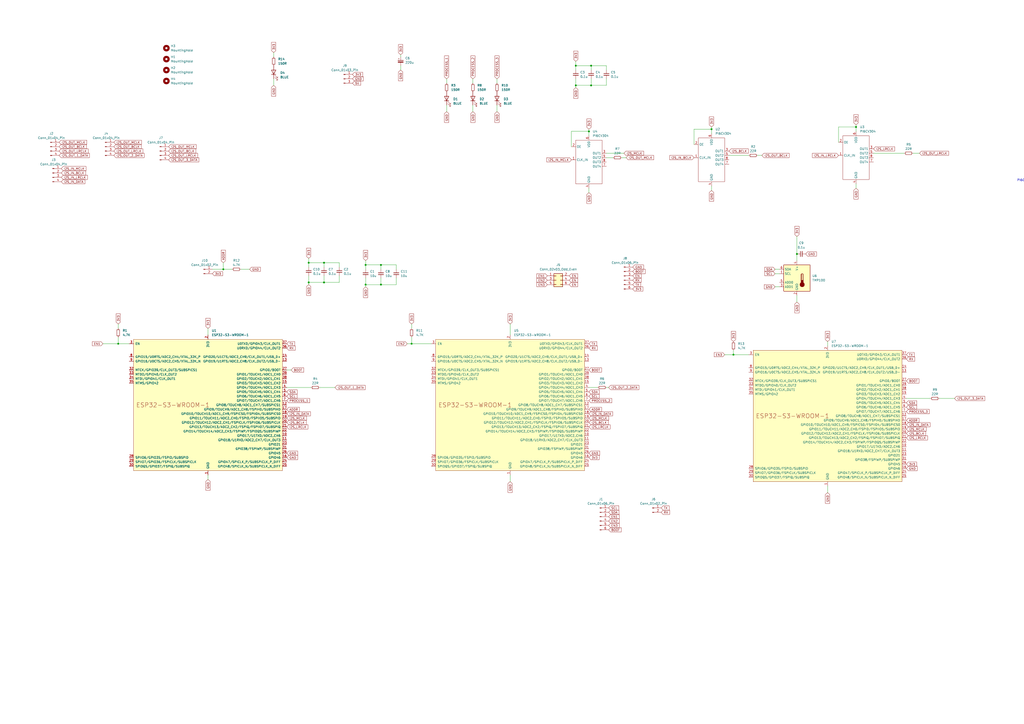
<source format=kicad_sch>
(kicad_sch (version 20231120) (generator "eeschema") (generator_version "8.0")
  (paper "A2")
  (lib_symbols
    (symbol "Connector:Conn_01x02_Pin" (pin_names (offset 1.016) hide)
      (property "Reference" "J" (at 0 2.54 0))
      (property "Value" "Conn_01x02_Pin" (at 0 -5.08 0))
      (symbol "Conn_01x02_Pin_1_1"
        (pin passive line (at 5.08 0 180) (length 3.81) (name "Pin_1") (number "1"))
        (pin passive line (at 5.08 -2.54 180) (length 3.81) (name "Pin_2") (number "2"))
      )
    )
    (symbol "Connector:Conn_01x03_Pin" (pin_names (offset 1.016) hide)
      (property "Reference" "J" (at 0 5.08 0))
      (property "Value" "Conn_01x03_Pin" (at 0 -5.08 0))
      (symbol "Conn_01x03_Pin_1_1"
        (pin passive line (at 5.08 2.54 180) (length 3.81) (name "Pin_1") (number "1"))
        (pin passive line (at 5.08 0 180) (length 3.81) (name "Pin_2") (number "2"))
        (pin passive line (at 5.08 -2.54 180) (length 3.81) (name "Pin_3") (number "3"))
      )
    )
    (symbol "Connector:Conn_01x04_Pin" (pin_names (offset 1.016) hide)
      (property "Reference" "J" (at 0 5.08 0))
      (property "Value" "Conn_01x04_Pin" (at 0 -7.62 0))
      (symbol "Conn_01x04_Pin_1_1"
        (pin passive line (at 5.08 2.54 180) (length 3.81) (name "Pin_1") (number "1"))
        (pin passive line (at 5.08 0 180) (length 3.81) (name "Pin_2") (number "2"))
        (pin passive line (at 5.08 -2.54 180) (length 3.81) (name "Pin_3") (number "3"))
        (pin passive line (at 5.08 -5.08 180) (length 3.81) (name "Pin_4") (number "4"))
      )
    )
    (symbol "Connector:Conn_01x06_Pin" (pin_names (offset 1.016) hide)
      (property "Reference" "J" (at 0 7.62 0))
      (property "Value" "Conn_01x06_Pin" (at 0 -10.16 0))
      (symbol "Conn_01x06_Pin_1_1"
        (pin passive line (at 5.08 5.08 180) (length 3.81) (name "Pin_1") (number "1"))
        (pin passive line (at 5.08 2.54 180) (length 3.81) (name "Pin_2") (number "2"))
        (pin passive line (at 5.08 0 180) (length 3.81) (name "Pin_3") (number "3"))
        (pin passive line (at 5.08 -2.54 180) (length 3.81) (name "Pin_4") (number "4"))
        (pin passive line (at 5.08 -5.08 180) (length 3.81) (name "Pin_5") (number "5"))
        (pin passive line (at 5.08 -7.62 180) (length 3.81) (name "Pin_6") (number "6"))
      )
    )
    (symbol "Connector_Generic:Conn_02x03_Odd_Even" (pin_names (offset 1.016) hide)
      (property "Reference" "J" (at 1.27 5.08 0))
      (property "Value" "Conn_02x03_Odd_Even" (at 1.27 -5.08 0))
      (symbol "Conn_02x03_Odd_Even_1_1"
        (pin passive line (at -5.08 2.54 0) (length 3.81) (name "Pin_1") (number "1"))
        (pin passive line (at 7.62 2.54 180) (length 3.81) (name "Pin_2") (number "2"))
        (pin passive line (at -5.08 0 0) (length 3.81) (name "Pin_3") (number "3"))
        (pin passive line (at 7.62 0 180) (length 3.81) (name "Pin_4") (number "4"))
        (pin passive line (at -5.08 -2.54 0) (length 3.81) (name "Pin_5") (number "5"))
        (pin passive line (at 7.62 -2.54 180) (length 3.81) (name "Pin_6") (number "6"))
      )
    )
    (symbol "Custom:PI6CV304"
      (property "Reference" "U" (at -0.254 -11.176 0))
      (property "Value" "PI6CV304" (at 0 0 0))
      (symbol "PI6CV304_1_1"
        (pin input line (at -11.43 13.97 0) (length 2.54) (name "CLK_IN") (number "1"))
        (pin input line (at -11.43 21.59 0) (length 2.54) (name "OE") (number "2"))
        (pin input line (at 8.89 17.78 180) (length 2.54) (name "OUT1") (number "3"))
        (pin input line (at -1.27 -2.54 90) (length 2.54) (name "GND") (number "4"))
        (pin input line (at 8.89 15.24 180) (length 2.54) (name "OUT2") (number "5"))
        (pin input line (at -1.27 27.94 270) (length 2.54) (name "VDD") (number "6"))
        (pin input line (at 8.89 10.16 180) (length 2.54) (name "OUT4") (number "7"))
        (pin input line (at 8.89 12.7 180) (length 2.54) (name "OUT3") (number "8"))
      )
    )
    (symbol "Device:C_Polarized_Small" (pin_numbers hide) (pin_names (offset 0.254) hide)
      (property "Reference" "C" (at 0.254 1.778 0))
      (property "Value" "C_Polarized_Small" (at 0.254 -2.032 0))
      (symbol "C_Polarized_Small_1_1"
        (pin passive line (at 0 2.54 270) (length 1.8542) (name "~") (number "1"))
        (pin passive line (at 0 -2.54 90) (length 1.8542) (name "~") (number "2"))
      )
    )
    (symbol "Device:C_Small" (pin_numbers hide) (pin_names (offset 0.254) hide)
      (property "Reference" "C" (at 0.254 1.778 0))
      (property "Value" "C_Small" (at 0.254 -2.032 0))
      (symbol "C_Small_1_1"
        (pin passive line (at 0 2.54 270) (length 2.032) (name "~") (number "1"))
        (pin passive line (at 0 -2.54 90) (length 2.032) (name "~") (number "2"))
      )
    )
    (symbol "Device:LED" (pin_numbers hide) (pin_names (offset 1.016) hide)
      (property "Reference" "D" (at 0 2.54 0))
      (property "Value" "LED" (at 0 -2.54 0))
      (symbol "LED_1_1"
        (pin passive line (at -3.81 0 0) (length 2.54) (name "K") (number "1"))
        (pin passive line (at 3.81 0 180) (length 2.54) (name "A") (number "2"))
      )
    )
    (symbol "Device:R_Small" (pin_numbers hide) (pin_names (offset 0.254) hide)
      (property "Reference" "R" (at 0.762 0.508 0))
      (property "Value" "R_Small" (at 0.762 -1.016 0))
      (symbol "R_Small_1_1"
        (pin passive line (at 0 2.54 270) (length 0.762) (name "~") (number "1"))
        (pin passive line (at 0 -2.54 90) (length 0.762) (name "~") (number "2"))
      )
    )
    (symbol "Mechanical:MountingHole" (pin_names (offset 1.016)) (exclude_from_sim yes) (in_bom no)
      (property "Reference" "H" (at 0 5.08 0))
      (property "Value" "MountingHole" (at 0 3.175 0))
    )
    (symbol "PCM_Espressif:ESP32-S3-WROOM-1" (pin_names (offset 1.016))
      (property "Reference" "U" (at -43.18 43.18 0))
      (property "Value" "ESP32-S3-WROOM-1" (at -43.18 40.64 0))
      (symbol "ESP32-S3-WROOM-1_0_0"
        (text "ESP32-S3-WROOM-1" (at -20.32 0 0) (effects (font (size 2.54 2.54))))
        (pin power_in line (at 0 -40.64 90) (length 2.54) (name "GND") (number "1"))
        (pin bidirectional line (at 45.72 -17.78 180) (length 2.54) (name "GPIO17/U1TXD/ADC2_CH6") (number "10"))
        (pin bidirectional line (at 45.72 -20.32 180) (length 2.54) (name "GPIO18/U1RXD/ADC2_CH7/CLK_OUT3") (number "11"))
        (pin bidirectional line (at 45.72 0 180) (length 2.54) (name "GPIO8/TOUCH8/ADC1_CH7/SUBSPICS1") (number "12"))
        (pin bidirectional line (at 45.72 25.4 180) (length 2.54) (name "GPIO19/U1RTS/ADC2_CH8/CLK_OUT2/USB_D-") (number "13"))
        (pin bidirectional line (at 45.72 27.94 180) (length 2.54) (name "GPIO20/U1CTS/ADC2_CH9/CLK_OUT1/USB_D+") (number "14"))
        (pin bidirectional line (at 45.72 12.7 180) (length 2.54) (name "GPIO3/TOUCH3/ADC1_CH2") (number "15"))
        (pin bidirectional line (at 45.72 -30.48 180) (length 2.54) (name "GPIO46") (number "16"))
        (pin bidirectional line (at 45.72 -2.54 180) (length 2.54) (name "GPIO9/TOUCH9/ADC1_CH8/FSPIHD/SUBSPIHD") (number "17"))
        (pin bidirectional line (at 45.72 -5.08 180) (length 2.54) (name "GPIO10/TOUCH10/ADC1_CH9/FSPICS0/FSPIIO4/SUBSPICS0") (number "18"))
        (pin bidirectional line (at 45.72 -7.62 180) (length 2.54) (name "GPIO11/TOUCH11/ADC2_CH0/FSPID/FSPIIO5/SUBSPID") (number "19"))
        (pin power_in line (at 0 40.64 270) (length 2.54) (name "3V3") (number "2"))
        (pin bidirectional line (at 45.72 -10.16 180) (length 2.54) (name "GPIO12/TOUCH12/ADC2_CH1/FSPICLK/FSPIIO6/SUBSPICLK") (number "20"))
        (pin bidirectional line (at 45.72 -12.7 180) (length 2.54) (name "GPIO13/TOUCH13/ADC2_CH2/FSPIQ/FSPIIO7/SUBSPIQ") (number "21"))
        (pin bidirectional line (at 45.72 -15.24 180) (length 2.54) (name "GPIO14/TOUCH14/ADC2_CH3/FSPIWP/FSPIDQS/SUBSPIWP") (number "22"))
        (pin bidirectional line (at 45.72 -22.86 180) (length 2.54) (name "GPIO21") (number "23"))
        (pin bidirectional line (at 45.72 -33.02 180) (length 2.54) (name "GPIO47/SPICLK_P/SUBSPICLK_P_DIFF") (number "24"))
        (pin bidirectional line (at 45.72 -35.56 180) (length 2.54) (name "GPIO48/SPICLK_N/SUBSPICLK_N_DIFF") (number "25"))
        (pin bidirectional line (at 45.72 -27.94 180) (length 2.54) (name "GPIO45") (number "26"))
        (pin bidirectional line (at 45.72 20.32 180) (length 2.54) (name "GPIO0/BOOT") (number "27"))
        (pin bidirectional line (at -45.72 -30.48 0) (length 2.54) (name "SPIIO6/GPIO35/FSPID/SUBSPID") (number "28"))
        (pin bidirectional line (at -45.72 -33.02 0) (length 2.54) (name "SPIIO7/GPIO36/FSPICLK/SUBSPICLK") (number "29"))
        (pin input line (at -45.72 35.56 0) (length 2.54) (name "EN") (number "3"))
        (pin bidirectional line (at -45.72 -35.56 0) (length 2.54) (name "SPIDQS/GPIO37/FSPIQ/SUBSPIQ") (number "30"))
        (pin bidirectional line (at 45.72 -25.4 180) (length 2.54) (name "GPIO38/FSPIWP/SUBSPIWP") (number "31"))
        (pin bidirectional line (at -45.72 20.32 0) (length 2.54) (name "MTCK/GPIO39/CLK_OUT3/SUBSPICS1") (number "32"))
        (pin bidirectional line (at -45.72 17.78 0) (length 2.54) (name "MTDO/GPIO40/CLK_OUT2") (number "33"))
        (pin bidirectional line (at -45.72 15.24 0) (length 2.54) (name "MTDI/GPIO41/CLK_OUT1") (number "34"))
        (pin bidirectional line (at -45.72 12.7 0) (length 2.54) (name "MTMS/GPIO42") (number "35"))
        (pin bidirectional line (at 45.72 33.02 180) (length 2.54) (name "U0RXD/GPIO44/CLK_OUT2") (number "36"))
        (pin bidirectional line (at 45.72 35.56 180) (length 2.54) (name "U0TXD/GPIO43/CLK_OUT1") (number "37"))
        (pin bidirectional line (at 45.72 15.24 180) (length 2.54) (name "GPIO2/TOUCH2/ADC1_CH1") (number "38"))
        (pin bidirectional line (at 45.72 17.78 180) (length 2.54) (name "GPIO1/TOUCH1/ADC1_CH0") (number "39"))
        (pin bidirectional line (at 45.72 10.16 180) (length 2.54) (name "GPIO4/TOUCH4/ADC1_CH3") (number "4"))
        (pin passive line (at 0 -40.64 90) (length 2.54) hide (name "GND") (number "40"))
        (pin passive line (at 0 -40.64 90) (length 2.54) hide (name "GND") (number "41"))
        (pin bidirectional line (at 45.72 7.62 180) (length 2.54) (name "GPIO5/TOUCH5/ADC1_CH4") (number "5"))
        (pin bidirectional line (at 45.72 5.08 180) (length 2.54) (name "GPIO6/TOUCH6/ADC1_CH5") (number "6"))
        (pin bidirectional line (at 45.72 2.54 180) (length 2.54) (name "GPIO7/TOUCH7/ADC1_CH6") (number "7"))
        (pin bidirectional line (at -45.72 27.94 0) (length 2.54) (name "GPIO15/U0RTS/ADC2_CH4/XTAL_32K_P") (number "8"))
        (pin bidirectional line (at -45.72 25.4 0) (length 2.54) (name "GPIO16/U0CTS/ADC2_CH5/XTAL_32K_N") (number "9"))
      )
    )
    (symbol "Sensor_Temperature:TMP100"
      (property "Reference" "U" (at 10.16 6.35 0))
      (property "Value" "TMP100" (at 12.7 3.81 0))
      (symbol "TMP100_1_1"
        (pin input line (at -10.16 2.54 0) (length 2.54) (name "SCL") (number "1"))
        (pin power_in line (at 0 -10.16 90) (length 2.54) (name "GND") (number "2"))
        (pin input line (at -10.16 -5.08 0) (length 2.54) (name "ADD1") (number "3"))
        (pin power_in line (at 0 10.16 270) (length 2.54) (name "V+") (number "4"))
        (pin input line (at -10.16 -2.54 0) (length 2.54) (name "ADD0") (number "5"))
        (pin bidirectional line (at -10.16 5.08 0) (length 2.54) (name "SDA") (number "6"))
      )
    )
  )
  (junction (at 187.96 152.4))
  (junction (at 496.57 73.66))
  (junction (at 425.45 205.74))
  (junction (at 341.63 76.2))
  (junction (at 342.9 38.1))
  (junction (at 212.09 165.1))
  (junction (at 129.54 156.21))
  (junction (at 220.98 165.1))
  (junction (at 179.07 152.4))
  (junction (at 238.76 199.39))
  (junction (at 179.07 163.83))
  (junction (at 220.98 153.67))
  (junction (at 334.01 38.1))
  (junction (at 412.75 74.93))
  (junction (at 342.9 49.53))
  (junction (at 334.01 49.53))
  (junction (at 462.28 147.32))
  (junction (at 187.96 163.83))
  (junction (at 212.09 153.67))
  (junction (at 68.58 199.39))
  (wire (pts (xy 212.09 151.13) (xy 212.09 153.67)))
  (wire (pts (xy 179.07 152.4) (xy 179.07 154.94)))
  (wire (pts (xy 212.09 153.67) (xy 220.98 153.67)))
  (wire (pts (xy 420.37 205.74) (xy 425.45 205.74)))
  (wire (pts (xy 212.09 153.67) (xy 212.09 156.21)))
  (wire (pts (xy 480.06 198.12) (xy 480.06 200.66)))
  (wire (pts (xy 238.76 199.39) (xy 250.19 199.39)))
  (wire (pts (xy 346.71 224.79) (xy 341.63 224.79)))
  (wire (pts (xy 134.62 156.21) (xy 129.54 156.21)))
  (wire (pts (xy 59.69 199.39) (xy 68.58 199.39)))
  (wire (pts (xy 353.06 224.79) (xy 351.79 224.79)))
  (wire (pts (xy 212.09 166.37) (xy 212.09 165.1)))
  (wire (pts (xy 351.79 40.64) (xy 351.79 38.1)))
  (wire (pts (xy 120.65 190.5) (xy 120.65 194.31)))
  (wire (pts (xy 361.95 88.9) (xy 351.79 88.9)))
  (wire (pts (xy 496.57 109.22) (xy 496.57 106.68)))
  (wire (pts (xy 236.22 199.39) (xy 238.76 199.39)))
  (wire (pts (xy 334.01 50.8) (xy 334.01 49.53)))
  (wire (pts (xy 295.91 187.96) (xy 295.91 194.31)))
  (wire (pts (xy 129.54 152.4) (xy 129.54 156.21)))
  (wire (pts (xy 232.41 31.75) (xy 232.41 33.02)))
  (wire (pts (xy 229.87 153.67) (xy 220.98 153.67)))
  (wire (pts (xy 539.75 231.14) (xy 525.78 231.14)))
  (wire (pts (xy 355.6 91.44) (xy 351.79 91.44)))
  (wire (pts (xy 196.85 160.02) (xy 196.85 163.83)))
  (wire (pts (xy 295.91 279.4) (xy 295.91 275.59)))
  (wire (pts (xy 196.85 163.83) (xy 187.96 163.83)))
  (wire (pts (xy 288.29 64.77) (xy 288.29 60.96)))
  (wire (pts (xy 334.01 35.56) (xy 334.01 38.1)))
  (wire (pts (xy 129.54 156.21) (xy 123.19 156.21)))
  (wire (pts (xy 524.51 88.9) (xy 506.73 88.9)))
  (wire (pts (xy 120.65 278.13) (xy 120.65 275.59)))
  (wire (pts (xy 342.9 49.53) (xy 334.01 49.53)))
  (wire (pts (xy 441.96 90.17) (xy 439.42 90.17)))
  (wire (pts (xy 425.45 203.2) (xy 425.45 205.74)))
  (wire (pts (xy 259.08 45.72) (xy 259.08 48.26)))
  (wire (pts (xy 168.91 214.63) (xy 166.37 214.63)))
  (wire (pts (xy 331.47 76.2) (xy 331.47 85.09)))
  (wire (pts (xy 212.09 165.1) (xy 212.09 161.29)))
  (wire (pts (xy 259.08 64.77) (xy 259.08 60.96)))
  (wire (pts (xy 196.85 152.4) (xy 187.96 152.4)))
  (wire (pts (xy 187.96 160.02) (xy 187.96 163.83)))
  (wire (pts (xy 341.63 74.93) (xy 341.63 76.2)))
  (wire (pts (xy 341.63 111.76) (xy 341.63 109.22)))
  (wire (pts (xy 68.58 199.39) (xy 74.93 199.39)))
  (wire (pts (xy 462.28 175.26) (xy 462.28 171.45)))
  (wire (pts (xy 351.79 49.53) (xy 342.9 49.53)))
  (wire (pts (xy 144.78 156.21) (xy 139.7 156.21)))
  (wire (pts (xy 486.41 73.66) (xy 496.57 73.66)))
  (wire (pts (xy 553.72 231.14) (xy 544.83 231.14)))
  (wire (pts (xy 434.34 90.17) (xy 422.91 90.17)))
  (wire (pts (xy 334.01 38.1) (xy 334.01 40.64)))
  (wire (pts (xy 449.58 156.21) (xy 452.12 156.21)))
  (wire (pts (xy 229.87 156.21) (xy 229.87 153.67)))
  (wire (pts (xy 220.98 161.29) (xy 220.98 165.1)))
  (wire (pts (xy 179.07 165.1) (xy 179.07 163.83)))
  (wire (pts (xy 179.07 149.86) (xy 179.07 152.4)))
  (wire (pts (xy 351.79 38.1) (xy 342.9 38.1)))
  (wire (pts (xy 342.9 45.72) (xy 342.9 49.53)))
  (wire (pts (xy 533.4 88.9) (xy 529.59 88.9)))
  (wire (pts (xy 288.29 45.72) (xy 288.29 48.26)))
  (wire (pts (xy 334.01 49.53) (xy 334.01 45.72)))
  (wire (pts (xy 462.28 147.32) (xy 462.28 151.13)))
  (wire (pts (xy 496.57 73.66) (xy 496.57 76.2)))
  (wire (pts (xy 412.75 110.49) (xy 412.75 107.95)))
  (wire (pts (xy 334.01 38.1) (xy 342.9 38.1)))
  (wire (pts (xy 274.32 45.72) (xy 274.32 48.26)))
  (wire (pts (xy 351.79 45.72) (xy 351.79 49.53)))
  (wire (pts (xy 342.9 38.1) (xy 342.9 40.64)))
  (wire (pts (xy 449.58 158.75) (xy 452.12 158.75)))
  (wire (pts (xy 425.45 205.74) (xy 434.34 205.74)))
  (wire (pts (xy 480.06 285.75) (xy 480.06 281.94)))
  (wire (pts (xy 341.63 76.2) (xy 341.63 78.74)))
  (wire (pts (xy 179.07 152.4) (xy 187.96 152.4)))
  (wire (pts (xy 402.59 74.93) (xy 402.59 83.82)))
  (wire (pts (xy 68.58 195.58) (xy 68.58 199.39)))
  (wire (pts (xy 229.87 165.1) (xy 220.98 165.1)))
  (wire (pts (xy 187.96 152.4) (xy 187.96 154.94)))
  (wire (pts (xy 402.59 74.93) (xy 412.75 74.93)))
  (wire (pts (xy 179.07 163.83) (xy 179.07 160.02)))
  (wire (pts (xy 166.37 224.79) (xy 180.34 224.79)))
  (wire (pts (xy 274.32 64.77) (xy 274.32 60.96)))
  (wire (pts (xy 412.75 73.66) (xy 412.75 74.93)))
  (wire (pts (xy 68.58 187.96) (xy 68.58 190.5)))
  (wire (pts (xy 462.28 137.16) (xy 462.28 147.32)))
  (wire (pts (xy 220.98 153.67) (xy 220.98 156.21)))
  (wire (pts (xy 220.98 165.1) (xy 212.09 165.1)))
  (wire (pts (xy 158.75 30.48) (xy 158.75 33.02)))
  (wire (pts (xy 363.22 91.44) (xy 360.68 91.44)))
  (wire (pts (xy 232.41 40.64) (xy 232.41 38.1)))
  (wire (pts (xy 449.58 166.37) (xy 452.12 166.37)))
  (wire (pts (xy 496.57 72.39) (xy 496.57 73.66)))
  (wire (pts (xy 229.87 161.29) (xy 229.87 165.1)))
  (wire (pts (xy 238.76 187.96) (xy 238.76 190.5)))
  (wire (pts (xy 185.42 224.79) (xy 194.31 224.79)))
  (wire (pts (xy 238.76 195.58) (xy 238.76 199.39)))
  (wire (pts (xy 331.47 76.2) (xy 341.63 76.2)))
  (wire (pts (xy 187.96 163.83) (xy 179.07 163.83)))
  (wire (pts (xy 486.41 73.66) (xy 486.41 82.55)))
  (wire (pts (xy 158.75 49.53) (xy 158.75 45.72)))
  (wire (pts (xy 412.75 74.93) (xy 412.75 77.47)))
  (wire (pts (xy 196.85 154.94) (xy 196.85 152.4)))
  (text "PI6CV304" (at 594.614 104.648 0) (effects (font (size 1.27 1.27))))
  (global_label "GND" (shape input) (at 274.32 64.77 270) (property "Intersheetrefs" "${INTERSHEET_REFS}" (effects (hide yes))))
  (global_label "I2S_IN_LRCLK" (shape input) (at 486.41 90.17 180) (property "Intersheetrefs" "${INTERSHEET_REFS}" (effects (hide yes))))
  (global_label "I2S_LRCLK" (shape input) (at 166.37 247.65 0) (property "Intersheetrefs" "${INTERSHEET_REFS}" (effects (hide yes))))
  (global_label "3V3" (shape input) (at 425.45 198.12 90) (property "Intersheetrefs" "${INTERSHEET_REFS}" (effects (hide yes))))
  (global_label "GND" (shape input) (at 120.65 278.13 270) (property "Intersheetrefs" "${INTERSHEET_REFS}" (effects (hide yes))))
  (global_label "I2S_OUT_BCLK" (shape input) (at 34.29 85.09 0) (property "Intersheetrefs" "${INTERSHEET_REFS}" (effects (hide yes))))
  (global_label "EN1" (shape input) (at 59.69 199.39 180) (property "Intersheetrefs" "${INTERSHEET_REFS}" (effects (hide yes))))
  (global_label "I2S_IN_LRCLK" (shape input) (at 35.56 102.87 0) (property "Intersheetrefs" "${INTERSHEET_REFS}" (effects (hide yes))))
  (global_label "RX" (shape input) (at 341.63 201.93 0) (property "Intersheetrefs" "${INTERSHEET_REFS}" (effects (hide yes))))
  (global_label "GND" (shape input) (at 525.78 271.78 0) (property "Intersheetrefs" "${INTERSHEET_REFS}" (effects (hide yes))))
  (global_label "I2S_IN_MCLK" (shape input) (at 35.56 97.79 0) (property "Intersheetrefs" "${INTERSHEET_REFS}" (effects (hide yes))))
  (global_label "BOOT" (shape input) (at 367.03 157.48 0) (property "Intersheetrefs" "${INTERSHEET_REFS}" (effects (hide yes))))
  (global_label "3V3" (shape input) (at 120.65 190.5 90) (property "Intersheetrefs" "${INTERSHEET_REFS}" (effects (hide yes))))
  (global_label "I2S_OUT_LRCLK" (shape input) (at 533.4 88.9 0) (property "Intersheetrefs" "${INTERSHEET_REFS}" (effects (hide yes))))
  (global_label "PROCESS_3" (shape input) (at 525.78 238.76 0) (property "Intersheetrefs" "${INTERSHEET_REFS}" (effects (hide yes))))
  (global_label "3V3" (shape input) (at 123.19 158.75 0) (property "Intersheetrefs" "${INTERSHEET_REFS}" (effects (hide yes))))
  (global_label "EN" (shape input) (at 330.2 165.1 0) (property "Intersheetrefs" "${INTERSHEET_REFS}" (effects (hide yes))))
  (global_label "SDA" (shape input) (at 353.06 297.18 0) (property "Intersheetrefs" "${INTERSHEET_REFS}" (effects (hide yes))))
  (global_label "I2S_OUT_2_DATA" (shape input) (at 353.06 224.79 0) (property "Intersheetrefs" "${INTERSHEET_REFS}" (effects (hide yes))))
  (global_label "3V3" (shape input) (at 732.79 173.99 0) (property "Intersheetrefs" "${INTERSHEET_REFS}" (effects (hide yes))))
  (global_label "I2S_IN_DATA" (shape input) (at 341.63 240.03 0) (property "Intersheetrefs" "${INTERSHEET_REFS}" (effects (hide yes))))
  (global_label "ADDR" (shape input) (at 129.54 152.4 90) (property "Intersheetrefs" "${INTERSHEET_REFS}" (effects (hide yes))))
  (global_label "SDA" (shape input) (at 341.63 227.33 0) (property "Intersheetrefs" "${INTERSHEET_REFS}" (effects (hide yes))))
  (global_label "GND" (shape input) (at 412.75 110.49 270) (property "Intersheetrefs" "${INTERSHEET_REFS}" (effects (hide yes))))
  (global_label "GND" (shape input) (at 158.75 49.53 270) (property "Intersheetrefs" "${INTERSHEET_REFS}" (effects (hide yes))))
  (global_label "EN" (shape input) (at 367.03 160.02 0) (property "Intersheetrefs" "${INTERSHEET_REFS}" (effects (hide yes))))
  (global_label "TX" (shape input) (at 341.63 199.39 0) (property "Intersheetrefs" "${INTERSHEET_REFS}" (effects (hide yes))))
  (global_label "I2S_IN_BCLK" (shape input) (at 402.59 91.44 180) (property "Intersheetrefs" "${INTERSHEET_REFS}" (effects (hide yes))))
  (global_label "3V3" (shape input) (at 212.09 151.13 90) (property "Intersheetrefs" "${INTERSHEET_REFS}" (effects (hide yes))))
  (global_label "TX" (shape input) (at 166.37 199.39 0) (property "Intersheetrefs" "${INTERSHEET_REFS}" (effects (hide yes))))
  (global_label "I2S_OUT_LRCLK" (shape input) (at 66.04 87.63 0) (property "Intersheetrefs" "${INTERSHEET_REFS}" (effects (hide yes))))
  (global_label "3V3" (shape input) (at 462.28 137.16 90) (property "Intersheetrefs" "${INTERSHEET_REFS}" (effects (hide yes))))
  (global_label "3V3" (shape input) (at 334.01 35.56 90) (property "Intersheetrefs" "${INTERSHEET_REFS}" (effects (hide yes))))
  (global_label "I2S_OUT_MCLK" (shape input) (at 66.04 82.55 0) (property "Intersheetrefs" "${INTERSHEET_REFS}" (effects (hide yes))))
  (global_label "3V3" (shape input) (at 341.63 265.43 0) (property "Intersheetrefs" "${INTERSHEET_REFS}" (effects (hide yes))))
  (global_label "RX" (shape input) (at 525.78 208.28 0) (property "Intersheetrefs" "${INTERSHEET_REFS}" (effects (hide yes))))
  (global_label "I2S_OUT_3_DATA" (shape input) (at 553.72 231.14 0) (property "Intersheetrefs" "${INTERSHEET_REFS}" (effects (hide yes))))
  (global_label "EN3" (shape input) (at 420.37 205.74 180) (property "Intersheetrefs" "${INTERSHEET_REFS}" (effects (hide yes))))
  (global_label "I2S_IN_BCLK" (shape input) (at 35.56 100.33 0) (property "Intersheetrefs" "${INTERSHEET_REFS}" (effects (hide yes))))
  (global_label "I2S_OUT_LRCLK" (shape input) (at 34.29 87.63 0) (property "Intersheetrefs" "${INTERSHEET_REFS}" (effects (hide yes))))
  (global_label "3V3" (shape input) (at 525.78 269.24 0) (property "Intersheetrefs" "${INTERSHEET_REFS}" (effects (hide yes))))
  (global_label "PROCESS_2" (shape input) (at 341.63 232.41 0) (property "Intersheetrefs" "${INTERSHEET_REFS}" (effects (hide yes))))
  (global_label "BOOT" (shape input) (at 341.63 214.63 0) (property "Intersheetrefs" "${INTERSHEET_REFS}" (effects (hide yes))))
  (global_label "3V3" (shape input) (at 496.57 72.39 90) (property "Intersheetrefs" "${INTERSHEET_REFS}" (effects (hide yes))))
  (global_label "TX" (shape input) (at 383.54 294.64 0) (property "Intersheetrefs" "${INTERSHEET_REFS}" (effects (hide yes))))
  (global_label "SCL" (shape input) (at 353.06 294.64 0) (property "Intersheetrefs" "${INTERSHEET_REFS}" (effects (hide yes))))
  (global_label "I2S_BCLK" (shape input) (at 166.37 245.11 0) (property "Intersheetrefs" "${INTERSHEET_REFS}" (effects (hide yes))))
  (global_label "I2S_OUT_BCLK" (shape input) (at 441.96 90.17 0) (property "Intersheetrefs" "${INTERSHEET_REFS}" (effects (hide yes))))
  (global_label "EN2" (shape input) (at 236.22 199.39 180) (property "Intersheetrefs" "${INTERSHEET_REFS}" (effects (hide yes))))
  (global_label "I2S_IN_MCLK" (shape input) (at 331.47 92.71 180) (property "Intersheetrefs" "${INTERSHEET_REFS}" (effects (hide yes))))
  (global_label "SCL" (shape input) (at 525.78 236.22 0) (property "Intersheetrefs" "${INTERSHEET_REFS}" (effects (hide yes))))
  (global_label "5V" (shape input) (at 204.47 48.26 0) (property "Intersheetrefs" "${INTERSHEET_REFS}" (effects (hide yes))))
  (global_label "3V3" (shape input) (at 480.06 198.12 90) (property "Intersheetrefs" "${INTERSHEET_REFS}" (effects (hide yes))))
  (global_label "I2S_OUT_LRCLK" (shape input) (at 97.79 90.17 0) (property "Intersheetrefs" "${INTERSHEET_REFS}" (effects (hide yes))))
  (global_label "GND" (shape input) (at 480.06 285.75 270) (property "Intersheetrefs" "${INTERSHEET_REFS}" (effects (hide yes))))
  (global_label "SCL" (shape input) (at 166.37 229.87 0) (property "Intersheetrefs" "${INTERSHEET_REFS}" (effects (hide yes))))
  (global_label "I2S_MCLK" (shape input) (at 166.37 242.57 0) (property "Intersheetrefs" "${INTERSHEET_REFS}" (effects (hide yes))))
  (global_label "SDA" (shape input) (at 715.01 217.17 0) (property "Intersheetrefs" "${INTERSHEET_REFS}" (effects (hide yes))))
  (global_label "GND" (shape input) (at 204.47 45.72 0) (property "Intersheetrefs" "${INTERSHEET_REFS}" (effects (hide yes))))
  (global_label "3V3" (shape input) (at 367.03 167.64 0) (property "Intersheetrefs" "${INTERSHEET_REFS}" (effects (hide yes))))
  (global_label "I2S_OUT_BCLK" (shape input) (at 66.04 85.09 0) (property "Intersheetrefs" "${INTERSHEET_REFS}" (effects (hide yes))))
  (global_label "GND" (shape input) (at 232.41 40.64 270) (property "Intersheetrefs" "${INTERSHEET_REFS}" (effects (hide yes))))
  (global_label "BOOT" (shape input) (at 353.06 307.34 0) (property "Intersheetrefs" "${INTERSHEET_REFS}" (effects (hide yes))))
  (global_label "ADDR" (shape input) (at 525.78 243.84 0) (property "Intersheetrefs" "${INTERSHEET_REFS}" (effects (hide yes))))
  (global_label "I2S_IN_DATA" (shape input) (at 525.78 246.38 0) (property "Intersheetrefs" "${INTERSHEET_REFS}" (effects (hide yes))))
  (global_label "GND" (shape input) (at 334.01 50.8 270) (property "Intersheetrefs" "${INTERSHEET_REFS}" (effects (hide yes))))
  (global_label "SDA" (shape input) (at 525.78 233.68 0) (property "Intersheetrefs" "${INTERSHEET_REFS}" (effects (hide yes))))
  (global_label "SDA" (shape input) (at 449.58 156.21 180) (property "Intersheetrefs" "${INTERSHEET_REFS}" (effects (hide yes))))
  (global_label "I2S_MCLK" (shape input) (at 341.63 242.57 0) (property "Intersheetrefs" "${INTERSHEET_REFS}" (effects (hide yes))))
  (global_label "GND" (shape input) (at 288.29 64.77 270) (property "Intersheetrefs" "${INTERSHEET_REFS}" (effects (hide yes))))
  (global_label "I2S_OUT_MCLK" (shape input) (at 363.22 91.44 0) (property "Intersheetrefs" "${INTERSHEET_REFS}" (effects (hide yes))))
  (global_label "RX" (shape input) (at 383.54 297.18 0) (property "Intersheetrefs" "${INTERSHEET_REFS}" (effects (hide yes))))
  (global_label "RX" (shape input) (at 367.03 162.56 0) (property "Intersheetrefs" "${INTERSHEET_REFS}" (effects (hide yes))))
  (global_label "I2S_OUT_3_DATA" (shape input) (at 97.79 92.71 0) (property "Intersheetrefs" "${INTERSHEET_REFS}" (effects (hide yes))))
  (global_label "I2S_LRCLK" (shape input) (at 525.78 254 0) (property "Intersheetrefs" "${INTERSHEET_REFS}" (effects (hide yes))))
  (global_label "I2S_IN_DATA" (shape input) (at 35.56 105.41 0) (property "Intersheetrefs" "${INTERSHEET_REFS}" (effects (hide yes))))
  (global_label "I2S_BCLK" (shape input) (at 341.63 245.11 0) (property "Intersheetrefs" "${INTERSHEET_REFS}" (effects (hide yes))))
  (global_label "I2S_LRCLK" (shape input) (at 506.73 86.36 0) (property "Intersheetrefs" "${INTERSHEET_REFS}" (effects (hide yes))))
  (global_label "EN2" (shape input) (at 353.06 302.26 0) (property "Intersheetrefs" "${INTERSHEET_REFS}" (effects (hide yes))))
  (global_label "3V3" (shape input) (at 232.41 31.75 90) (property "Intersheetrefs" "${INTERSHEET_REFS}" (effects (hide yes))))
  (global_label "I2S_OUT_MCLK" (shape input) (at 97.79 85.09 0) (property "Intersheetrefs" "${INTERSHEET_REFS}" (effects (hide yes))))
  (global_label "ADDR" (shape input) (at 341.63 237.49 0) (property "Intersheetrefs" "${INTERSHEET_REFS}" (effects (hide yes))))
  (global_label "GND" (shape input) (at 166.37 265.43 0) (property "Intersheetrefs" "${INTERSHEET_REFS}" (effects (hide yes))))
  (global_label "GND" (shape input) (at 341.63 111.76 270) (property "Intersheetrefs" "${INTERSHEET_REFS}" (effects (hide yes))))
  (global_label "3V3" (shape input) (at 158.75 30.48 90) (property "Intersheetrefs" "${INTERSHEET_REFS}" (effects (hide yes))))
  (global_label "GND" (shape input) (at 259.08 64.77 270) (property "Intersheetrefs" "${INTERSHEET_REFS}" (effects (hide yes))))
  (global_label "I2S_OUT_MCLK" (shape input) (at 34.29 82.55 0) (property "Intersheetrefs" "${INTERSHEET_REFS}" (effects (hide yes))))
  (global_label "EN3" (shape input) (at 353.06 304.8 0) (property "Intersheetrefs" "${INTERSHEET_REFS}" (effects (hide yes))))
  (global_label "BOOT" (shape input) (at 525.78 220.98 0) (property "Intersheetrefs" "${INTERSHEET_REFS}" (effects (hide yes))))
  (global_label "3V3" (shape input) (at 295.91 187.96 90) (property "Intersheetrefs" "${INTERSHEET_REFS}" (effects (hide yes))))
  (global_label "GND" (shape input) (at 341.63 262.89 0) (property "Intersheetrefs" "${INTERSHEET_REFS}" (effects (hide yes))))
  (global_label "GND" (shape input) (at 212.09 166.37 270) (property "Intersheetrefs" "${INTERSHEET_REFS}" (effects (hide yes))))
  (global_label "PROCESS_2" (shape input) (at 274.32 45.72 90) (property "Intersheetrefs" "${INTERSHEET_REFS}" (effects (hide yes))))
  (global_label "3V3" (shape input) (at 68.58 187.96 90) (property "Intersheetrefs" "${INTERSHEET_REFS}" (effects (hide yes))))
  (global_label "RX" (shape input) (at 166.37 201.93 0) (property "Intersheetrefs" "${INTERSHEET_REFS}" (effects (hide yes))))
  (global_label "I2S_OUT_1_DATA" (shape input) (at 34.29 90.17 0) (property "Intersheetrefs" "${INTERSHEET_REFS}" (effects (hide yes))))
  (global_label "TX" (shape input) (at 525.78 205.74 0) (property "Intersheetrefs" "${INTERSHEET_REFS}" (effects (hide yes))))
  (global_label "I2S_LRCLK" (shape input) (at 341.63 247.65 0) (property "Intersheetrefs" "${INTERSHEET_REFS}" (effects (hide yes))))
  (global_label "PROCESS_3" (shape input) (at 288.29 45.72 90) (property "Intersheetrefs" "${INTERSHEET_REFS}" (effects (hide yes))))
  (global_label "ADDR" (shape input) (at 166.37 237.49 0) (property "Intersheetrefs" "${INTERSHEET_REFS}" (effects (hide yes))))
  (global_label "SCL" (shape input) (at 715.01 219.71 0) (property "Intersheetrefs" "${INTERSHEET_REFS}" (effects (hide yes))))
  (global_label "GND" (shape input) (at 496.57 109.22 270) (property "Intersheetrefs" "${INTERSHEET_REFS}" (effects (hide yes))))
  (global_label "EN3" (shape input) (at 317.5 165.1 180) (property "Intersheetrefs" "${INTERSHEET_REFS}" (effects (hide yes))))
  (global_label "PROCESS_1" (shape input) (at 166.37 232.41 0) (property "Intersheetrefs" "${INTERSHEET_REFS}" (effects (hide yes))))
  (global_label "3V3" (shape input) (at 341.63 74.93 90) (property "Intersheetrefs" "${INTERSHEET_REFS}" (effects (hide yes))))
  (global_label "GND" (shape input) (at 295.91 279.4 270) (property "Intersheetrefs" "${INTERSHEET_REFS}" (effects (hide yes))))
  (global_label "3V3" (shape input) (at 412.75 73.66 90) (property "Intersheetrefs" "${INTERSHEET_REFS}" (effects (hide yes))))
  (global_label "EN" (shape input) (at 330.2 160.02 0) (property "Intersheetrefs" "${INTERSHEET_REFS}" (effects (hide yes))))
  (global_label "EN2" (shape input) (at 317.5 162.56 180) (property "Intersheetrefs" "${INTERSHEET_REFS}" (effects (hide yes))))
  (global_label "I2S_OUT_2_DATA" (shape input) (at 66.04 90.17 0) (property "Intersheetrefs" "${INTERSHEET_REFS}" (effects (hide yes))))
  (global_label "EN1" (shape input) (at 317.5 160.02 180) (property "Intersheetrefs" "${INTERSHEET_REFS}" (effects (hide yes))))
  (global_label "GND" (shape input) (at 144.78 156.21 0) (property "Intersheetrefs" "${INTERSHEET_REFS}" (effects (hide yes))))
  (global_label "SDA" (shape input) (at 166.37 227.33 0) (property "Intersheetrefs" "${INTERSHEET_REFS}" (effects (hide yes))))
  (global_label "I2S_MCLK" (shape input) (at 525.78 248.92 0) (property "Intersheetrefs" "${INTERSHEET_REFS}" (effects (hide yes))))
  (global_label "SCL" (shape input) (at 449.58 158.75 180) (property "Intersheetrefs" "${INTERSHEET_REFS}" (effects (hide yes))))
  (global_label "EN1" (shape input) (at 353.06 299.72 0) (property "Intersheetrefs" "${INTERSHEET_REFS}" (effects (hide yes))))
  (global_label "I2S_OUT_BCLK" (shape input) (at 97.79 87.63 0) (property "Intersheetrefs" "${INTERSHEET_REFS}" (effects (hide yes))))
  (global_label "3V3" (shape input) (at 204.47 43.18 0) (property "Intersheetrefs" "${INTERSHEET_REFS}" (effects (hide yes))))
  (global_label "GND" (shape input) (at 462.28 175.26 270) (property "Intersheetrefs" "${INTERSHEET_REFS}" (effects (hide yes))))
  (global_label "TX" (shape input) (at 367.03 165.1 0) (property "Intersheetrefs" "${INTERSHEET_REFS}" (effects (hide yes))))
  (global_label "GND" (shape input) (at 179.07 165.1 270) (property "Intersheetrefs" "${INTERSHEET_REFS}" (effects (hide yes))))
  (global_label "GND" (shape input) (at 367.03 154.94 0) (property "Intersheetrefs" "${INTERSHEET_REFS}" (effects (hide yes))))
  (global_label "I2S_BCLK" (shape input) (at 525.78 251.46 0) (property "Intersheetrefs" "${INTERSHEET_REFS}" (effects (hide yes))))
  (global_label "3V3" (shape input) (at 179.07 149.86 90) (property "Intersheetrefs" "${INTERSHEET_REFS}" (effects (hide yes))))
  (global_label "GND" (shape input) (at 166.37 262.89 0) (property "Intersheetrefs" "${INTERSHEET_REFS}" (effects (hide yes))))
  (global_label "I2S_IN_DATA" (shape input) (at 166.37 240.03 0) (property "Intersheetrefs" "${INTERSHEET_REFS}" (effects (hide yes))))
  (global_label "BOOT" (shape input) (at 168.91 214.63 0) (property "Intersheetrefs" "${INTERSHEET_REFS}" (effects (hide yes))))
  (global_label "SCL" (shape input) (at 341.63 229.87 0) (property "Intersheetrefs" "${INTERSHEET_REFS}" (effects (hide yes))))
  (global_label "PROCESS_1" (shape input) (at 259.08 45.72 90) (property "Intersheetrefs" "${INTERSHEET_REFS}" (effects (hide yes))))
  (global_label "GND" (shape input) (at 449.58 166.37 180) (property "Intersheetrefs" "${INTERSHEET_REFS}" (effects (hide yes))))
  (global_label "I2S_OUT_1_DATA" (shape input) (at 194.31 224.79 0) (property "Intersheetrefs" "${INTERSHEET_REFS}" (effects (hide yes))))
  (global_label "EN" (shape input) (at 330.2 162.56 0) (property "Intersheetrefs" "${INTERSHEET_REFS}" (effects (hide yes))))
  (global_label "I2S_BCLK" (shape input) (at 422.91 87.63 0) (property "Intersheetrefs" "${INTERSHEET_REFS}" (effects (hide yes))))
  (global_label "GND" (shape input) (at 467.36 147.32 0) (property "Intersheetrefs" "${INTERSHEET_REFS}" (effects (hide yes))))
  (global_label "I2S_MCLK" (shape input) (at 361.95 88.9 0) (property "Intersheetrefs" "${INTERSHEET_REFS}" (effects (hide yes))))
  (global_label "3V3" (shape input) (at 238.76 187.96 90) (property "Intersheetrefs" "${INTERSHEET_REFS}" (effects (hide yes))))
  (symbol (lib_id "Device:LED") (at 158.75 41.91 90) (unit 1)
    (property "Reference" "D4" (at 162.56 42.2274 90) (effects (justify right)))
    (property "Value" "BLUE" (at 162.56 44.7674 90) (effects (justify right)))
    (property "Footprint" "Diode_SMD:D_0603_1608Metric" (effects (hide yes)))
    (property "Description" "Light emitting diode" (effects (hide yes)))
    (property "LCSC" "C84259" (effects (hide yes)))
  )
  (symbol (lib_id "Sensor_Temperature:TMP100") (at 462.28 161.29 0) (unit 1)
    (property "Reference" "U6" (at 471.17 160.0199 0) (effects (justify left)))
    (property "Value" "TMP100" (at 471.17 162.5599 0) (effects (justify left)))
    (property "Footprint" "Package_TO_SOT_SMD:SOT-23-6" (effects (hide yes)))
    (property "Datasheet" "http://www.ti.com/lit/gpn/tmp100" (effects (hide yes)))
    (property "Description" "Temperature Sensor with I2C/SMBus Interface, SOT-23-6" (effects (hide yes)))
  )
  (symbol (lib_id "Device:R_Small") (at 274.32 50.8 0) (unit 1)
    (property "Reference" "R8" (at 276.86 49.5299 0) (effects (justify left)))
    (property "Value" "150R" (at 276.86 52.0699 0) (effects (justify left)))
    (property "Footprint" "Resistor_SMD:R_0603_1608Metric" (effects (hide yes)))
    (property "Description" "Resistor, small symbol" (effects (hide yes)))
    (property "LCSC" "C22808" (effects (hide yes)))
  )
  (symbol (lib_id "Device:LED") (at 259.08 57.15 90) (unit 1)
    (property "Reference" "D1" (at 262.89 57.4674 90) (effects (justify right)))
    (property "Value" "BLUE" (at 262.89 60.0074 90) (effects (justify right)))
    (property "Footprint" "Diode_SMD:D_0603_1608Metric" (effects (hide yes)))
    (property "Description" "Light emitting diode" (effects (hide yes)))
    (property "LCSC" "C84259" (effects (hide yes)))
  )
  (symbol (lib_id "Device:LED") (at 274.32 57.15 90) (unit 1)
    (property "Reference" "D2" (at 278.13 57.4674 90) (effects (justify right)))
    (property "Value" "BLUE" (at 278.13 60.0074 90) (effects (justify right)))
    (property "Footprint" "Diode_SMD:D_0603_1608Metric" (effects (hide yes)))
    (property "Description" "Light emitting diode" (effects (hide yes)))
    (property "LCSC" "C84259" (effects (hide yes)))
  )
  (symbol (lib_id "Connector:Conn_01x04_Pin") (at 29.21 85.09 0) (unit 1)
    (property "Reference" "J2" (at 29.845 77.47 0))
    (property "Value" "Conn_01x04_Pin" (at 29.845 80.01 0))
    (property "Footprint" "Connector_JST:JST_PH_B4B-PH-K_1x04_P2.00mm_Vertical" (effects (hide yes)))
    (property "Description" "Generic connector, single row, 01x04, script generated" (effects (hide yes)))
  )
  (symbol (lib_id "Mechanical:MountingHole") (at 96.52 27.94 0) (unit 1) (exclude_from_sim yes) (in_bom no)
    (property "Reference" "H3" (at 99.06 26.6699 0) (effects (justify left)))
    (property "Value" "MountingHole" (at 99.06 29.2099 0) (effects (justify left)))
    (property "Footprint" "MountingHole:MountingHole_3.2mm_M3_DIN965_Pad_TopOnly" (effects (hide yes)))
    (property "Description" "Mounting Hole without connection" (effects (hide yes)))
  )
  (symbol (lib_id "Device:C_Small") (at 187.96 157.48 0) (unit 1)
    (property "Reference" "C7" (at 190.5 156.2162 0) (effects (justify left)))
    (property "Value" "0.1u" (at 190.5 158.7562 0) (effects (justify left)))
    (property "Footprint" "Capacitor_SMD:C_0603_1608Metric_Pad1.08x0.95mm_HandSolder" (effects (hide yes)))
    (property "Description" "Unpolarized capacitor, small symbol" (effects (hide yes)))
  )
  (symbol (lib_id "Device:R_Small") (at 137.16 156.21 90) (unit 1)
    (property "Reference" "R12" (at 137.16 151.13 90))
    (property "Value" "4.7K" (at 137.16 153.67 90))
    (property "Footprint" "Resistor_SMD:R_0603_1608Metric" (effects (hide yes)))
    (property "Description" "Resistor, small symbol" (effects (hide yes)))
    (property "LCSC" "C23162" (effects (hide yes)))
  )
  (symbol (lib_id "Connector:Conn_01x06_Pin") (at 361.95 160.02 0) (unit 1)
    (property "Reference" "J8" (at 362.585 149.86 0))
    (property "Value" "Conn_01x06_Pin" (at 362.585 152.4 0))
    (property "Footprint" "Connector_PinHeader_2.54mm:PinHeader_1x06_P2.54mm_Vertical" (effects (hide yes)))
    (property "Description" "Generic connector, single row, 01x06, script generated" (effects (hide yes)))
  )
  (symbol (lib_id "Mechanical:MountingHole") (at 96.52 34.29 0) (unit 1) (exclude_from_sim yes) (in_bom no)
    (property "Reference" "H1" (at 99.06 33.0199 0) (effects (justify left)))
    (property "Value" "MountingHole" (at 99.06 35.5599 0) (effects (justify left)))
    (property "Footprint" "MountingHole:MountingHole_3.2mm_M3_DIN965_Pad_TopOnly" (effects (hide yes)))
    (property "Description" "Mounting Hole without connection" (effects (hide yes)))
  )
  (symbol (lib_id "Device:R_Small") (at 358.14 91.44 90) (unit 1)
    (property "Reference" "R7" (at 358.14 86.36 90))
    (property "Value" "22R" (at 358.14 88.9 90))
    (property "Footprint" "Resistor_SMD:R_0603_1608Metric" (effects (hide yes)))
    (property "Description" "Resistor, small symbol" (effects (hide yes)))
  )
  (symbol (lib_id "Custom:PI6CV304") (at 414.02 105.41 0) (unit 1)
    (property "Reference" "U2" (at 414.9441 74.93 0) (effects (justify left)))
    (property "Value" "PI6CV304" (at 414.9441 77.47 0) (effects (justify left)))
    (property "Footprint" "Package_SO:TSSOP-8_4.4x3mm_P0.65mm" (effects (hide yes)))
  )
  (symbol (lib_id "Device:C_Small") (at 212.09 158.75 0) (unit 1)
    (property "Reference" "C1" (at 214.63 157.4862 0) (effects (justify left)))
    (property "Value" "10u" (at 214.63 160.0262 0) (effects (justify left)))
    (property "Footprint" "Capacitor_SMD:C_0805_2012Metric_Pad1.18x1.45mm_HandSolder" (effects (hide yes)))
    (property "Description" "Unpolarized capacitor, small symbol" (effects (hide yes)))
  )
  (symbol (lib_id "Device:R_Small") (at 182.88 224.79 90) (unit 1)
    (property "Reference" "R4" (at 182.88 219.71 90))
    (property "Value" "22R" (at 182.88 222.25 90))
    (property "Footprint" "Resistor_SMD:R_0603_1608Metric" (effects (hide yes)))
    (property "Description" "Resistor, small symbol" (effects (hide yes)))
  )
  (symbol (lib_id "PCM_Espressif:ESP32-S3-WROOM-1") (at 120.65 234.95 0) (unit 1)
    (property "Reference" "U1" (at 122.8441 191.77 0) (effects (justify left)))
    (property "Value" "ESP32-S3-WROOM-1" (at 122.8441 194.31 0) (effects (justify left)))
    (property "Footprint" "PCM_Espressif:ESP32-S3-WROOM-1" (effects (hide yes)))
    (property "Datasheet" "https://www.espressif.com/sites/default/files/documentation/esp32-s3-wroom-1_wroom-1u_datasheet_en.pdf" (effects (hide yes)))
    (property "Description" "2.4 GHz WiFi (802.11 b/g/n) and Bluetooth ® 5 (LE) module Built around ESP32S3 series of SoCs, Xtensa ® dualcore 32bit LX7 microprocessor Flash up to 16 MB, PSRAM up to 8 MB 36 GPIOs, rich set of peripherals Onboard PCB antenna" (effects (hide yes)))
    (property "Mouser" "356-ESP32S3WRM1N16R8 " (effects (hide yes)))
  )
  (symbol (lib_id "Connector:Conn_01x02_Pin") (at 118.11 156.21 0) (unit 1)
    (property "Reference" "J10" (at 118.745 151.13 0))
    (property "Value" "Conn_01x02_Pin" (at 118.745 153.67 0))
    (property "Footprint" "Connector_PinHeader_2.54mm:PinHeader_1x02_P2.54mm_Vertical" (effects (hide yes)))
    (property "Description" "Generic connector, single row, 01x02, script generated" (effects (hide yes)))
  )
  (symbol (lib_id "Device:LED") (at 288.29 57.15 90) (unit 1)
    (property "Reference" "D3" (at 292.1 57.4674 90) (effects (justify right)))
    (property "Value" "BLUE" (at 292.1 60.0074 90) (effects (justify right)))
    (property "Footprint" "Diode_SMD:D_0603_1608Metric" (effects (hide yes)))
    (property "Description" "Light emitting diode" (effects (hide yes)))
    (property "LCSC" "C84259" (effects (hide yes)))
  )
  (symbol (lib_id "Device:C_Small") (at 351.79 43.18 0) (unit 1)
    (property "Reference" "C5" (at 354.33 41.9162 0) (effects (justify left)))
    (property "Value" "0.1u" (at 354.33 44.4562 0) (effects (justify left)))
    (property "Footprint" "Capacitor_SMD:C_0603_1608Metric_Pad1.08x0.95mm_HandSolder" (effects (hide yes)))
    (property "Description" "Unpolarized capacitor, small symbol" (effects (hide yes)))
  )
  (symbol (lib_id "Device:R_Small") (at 542.29 231.14 90) (unit 1)
    (property "Reference" "R9" (at 542.29 226.06 90))
    (property "Value" "22R" (at 542.29 228.6 90))
    (property "Footprint" "Resistor_SMD:R_0603_1608Metric" (effects (hide yes)))
    (property "Description" "Resistor, small symbol" (effects (hide yes)))
  )
  (symbol (lib_id "Connector:Conn_01x04_Pin") (at 30.48 100.33 0) (unit 1)
    (property "Reference" "J3" (at 31.115 92.71 0))
    (property "Value" "Conn_01x04_Pin" (at 31.115 95.25 0))
    (property "Footprint" "Connector_JST:JST_PH_B4B-PH-K_1x04_P2.00mm_Vertical" (effects (hide yes)))
    (property "Description" "Generic connector, single row, 01x04, script generated" (effects (hide yes)))
  )
  (symbol (lib_id "Device:R_Small") (at 238.76 193.04 0) (unit 1)
    (property "Reference" "R11" (at 241.3 191.7699 0) (effects (justify left)))
    (property "Value" "4.7K" (at 241.3 194.3099 0) (effects (justify left)))
    (property "Footprint" "Resistor_SMD:R_0603_1608Metric" (effects (hide yes)))
    (property "Description" "Resistor, small symbol" (effects (hide yes)))
    (property "LCSC" "C23162" (effects (hide yes)))
  )
  (symbol (lib_id "Device:R_Small") (at 436.88 90.17 90) (unit 1)
    (property "Reference" "R2" (at 436.88 85.09 90))
    (property "Value" "22R" (at 436.88 87.63 90))
    (property "Footprint" "Resistor_SMD:R_0603_1608Metric" (effects (hide yes)))
    (property "Description" "Resistor, small symbol" (effects (hide yes)))
  )
  (symbol (lib_id "Custom:PI6CV304") (at 342.9 106.68 0) (unit 1)
    (property "Reference" "U4" (at 343.8241 76.2 0) (effects (justify left)))
    (property "Value" "PI6CV304" (at 343.8241 78.74 0) (effects (justify left)))
    (property "Footprint" "Package_SO:TSSOP-8_4.4x3mm_P0.65mm" (effects (hide yes)))
  )
  (symbol (lib_id "Connector:Conn_01x04_Pin") (at 92.71 87.63 0) (unit 1)
    (property "Reference" "J7" (at 93.345 80.01 0))
    (property "Value" "Conn_01x04_Pin" (at 93.345 82.55 0))
    (property "Footprint" "Connector_JST:JST_PH_B4B-PH-K_1x04_P2.00mm_Vertical" (effects (hide yes)))
    (property "Description" "Generic connector, single row, 01x04, script generated" (effects (hide yes)))
  )
  (symbol (lib_id "Device:C_Small") (at 464.82 147.32 90) (unit 1)
    (property "Reference" "C9" (at 464.8263 140.97 90))
    (property "Value" "0.1u" (at 464.8263 143.51 90))
    (property "Footprint" "Capacitor_SMD:C_0603_1608Metric_Pad1.08x0.95mm_HandSolder" (effects (hide yes)))
    (property "Description" "Unpolarized capacitor, small symbol" (effects (hide yes)))
  )
  (symbol (lib_id "Device:R_Small") (at 425.45 200.66 0) (unit 1)
    (property "Reference" "R13" (at 427.99 199.3899 0) (effects (justify left)))
    (property "Value" "4.7K" (at 427.99 201.9299 0) (effects (justify left)))
    (property "Footprint" "Resistor_SMD:R_0603_1608Metric" (effects (hide yes)))
    (property "Description" "Resistor, small symbol" (effects (hide yes)))
    (property "LCSC" "C23162" (effects (hide yes)))
  )
  (symbol (lib_id "Connector:Conn_01x03_Pin") (at 199.39 45.72 0) (unit 1)
    (property "Reference" "J9" (at 200.025 38.1 0))
    (property "Value" "Conn_01x03_Pin" (at 200.025 40.64 0))
    (property "Footprint" "Connector_JST:JST_PH_B3B-PH-K_1x03_P2.00mm_Vertical" (effects (hide yes)))
    (property "Description" "Generic connector, single row, 01x03, script generated" (effects (hide yes)))
  )
  (symbol (lib_id "Device:C_Small") (at 342.9 43.18 0) (unit 1)
    (property "Reference" "C4" (at 345.44 41.9162 0) (effects (justify left)))
    (property "Value" "0.1u" (at 345.44 44.4562 0) (effects (justify left)))
    (property "Footprint" "Capacitor_SMD:C_0603_1608Metric_Pad1.08x0.95mm_HandSolder" (effects (hide yes)))
    (property "Description" "Unpolarized capacitor, small symbol" (effects (hide yes)))
  )
  (symbol (lib_id "Connector:Conn_01x02_Pin") (at 378.46 294.64 0) (unit 1)
    (property "Reference" "J6" (at 379.095 289.56 0))
    (property "Value" "Conn_01x02_Pin" (at 379.095 292.1 0))
    (property "Footprint" "Connector_JST:JST_PH_B2B-PH-K_1x02_P2.00mm_Vertical" (effects (hide yes)))
    (property "Description" "Generic connector, single row, 01x02, script generated" (effects (hide yes)))
  )
  (symbol (lib_id "Connector:Conn_01x06_Pin") (at 347.98 299.72 0) (unit 1)
    (property "Reference" "J1" (at 348.615 289.56 0))
    (property "Value" "Conn_01x06_Pin" (at 348.615 292.1 0))
    (property "Footprint" "Connector_JST:JST_PH_B6B-PH-K_1x06_P2.00mm_Vertical" (effects (hide yes)))
    (property "Description" "Generic connector, single row, 01x06, script generated" (effects (hide yes)))
  )
  (symbol (lib_id "Device:C_Small") (at 179.07 157.48 0) (unit 1)
    (property "Reference" "C10" (at 181.61 156.2162 0) (effects (justify left)))
    (property "Value" "0.1u" (at 181.61 158.7562 0) (effects (justify left)))
    (property "Footprint" "Capacitor_SMD:C_0603_1608Metric_Pad1.08x0.95mm_HandSolder" (effects (hide yes)))
    (property "Description" "Unpolarized capacitor, small symbol" (effects (hide yes)))
  )
  (symbol (lib_id "Device:R_Small") (at 68.58 193.04 0) (unit 1)
    (property "Reference" "R1" (at 71.12 191.7699 0) (effects (justify left)))
    (property "Value" "4.7K" (at 71.12 194.3099 0) (effects (justify left)))
    (property "Footprint" "Resistor_SMD:R_0603_1608Metric" (effects (hide yes)))
    (property "Description" "Resistor, small symbol" (effects (hide yes)))
    (property "LCSC" "C23162" (effects (hide yes)))
  )
  (symbol (lib_id "Device:C_Small") (at 196.85 157.48 0) (unit 1)
    (property "Reference" "C2" (at 199.39 156.2162 0) (effects (justify left)))
    (property "Value" "0.1u" (at 199.39 158.7562 0) (effects (justify left)))
    (property "Footprint" "Capacitor_SMD:C_0603_1608Metric_Pad1.08x0.95mm_HandSolder" (effects (hide yes)))
    (property "Description" "Unpolarized capacitor, small symbol" (effects (hide yes)))
  )
  (symbol (lib_id "Connector_Generic:Conn_02x03_Odd_Even") (at 322.58 162.56 0) (unit 1)
    (property "Reference" "J5" (at 323.85 153.67 0))
    (property "Value" "Conn_02x03_Odd_Even" (at 323.85 156.21 0))
    (property "Footprint" "Connector_PinHeader_2.54mm:PinHeader_2x03_P2.54mm_Vertical" (effects (hide yes)))
    (property "Description" "Generic connector, double row, 02x03, odd/even pin numbering scheme (row 1 odd numbers, row 2 even numbers), script generated (kicad-library-utils/schlib/autogen/connector/)" (effects (hide yes)))
  )
  (symbol (lib_id "Device:C_Small") (at 229.87 158.75 0) (unit 1)
    (property "Reference" "C11" (at 232.41 157.4862 0) (effects (justify left)))
    (property "Value" "10u" (at 232.41 160.0262 0) (effects (justify left)))
    (property "Footprint" "Capacitor_SMD:C_0805_2012Metric_Pad1.18x1.45mm_HandSolder" (effects (hide yes)))
    (property "Description" "Unpolarized capacitor, small symbol" (effects (hide yes)))
  )
  (symbol (lib_id "Device:R_Small") (at 349.25 224.79 90) (unit 1)
    (property "Reference" "R6" (at 349.25 219.71 90))
    (property "Value" "22R" (at 349.25 222.25 90))
    (property "Footprint" "Resistor_SMD:R_0603_1608Metric" (effects (hide yes)))
    (property "Description" "Resistor, small symbol" (effects (hide yes)))
  )
  (symbol (lib_id "Custom:PI6CV304") (at 497.84 104.14 0) (unit 1)
    (property "Reference" "U3" (at 498.7641 73.66 0) (effects (justify left)))
    (property "Value" "PI6CV304" (at 498.7641 76.2 0) (effects (justify left)))
    (property "Footprint" "Package_SO:TSSOP-8_4.4x3mm_P0.65mm" (effects (hide yes)))
  )
  (symbol (lib_id "Device:C_Small") (at 220.98 158.75 0) (unit 1)
    (property "Reference" "C8" (at 223.52 157.4862 0) (effects (justify left)))
    (property "Value" "10u" (at 223.52 160.0262 0) (effects (justify left)))
    (property "Footprint" "Capacitor_SMD:C_0805_2012Metric_Pad1.18x1.45mm_HandSolder" (effects (hide yes)))
    (property "Description" "Unpolarized capacitor, small symbol" (effects (hide yes)))
  )
  (symbol (lib_id "Device:R_Small") (at 259.08 50.8 0) (unit 1)
    (property "Reference" "R3" (at 261.62 49.5299 0) (effects (justify left)))
    (property "Value" "150R" (at 261.62 52.0699 0) (effects (justify left)))
    (property "Footprint" "Resistor_SMD:R_0603_1608Metric" (effects (hide yes)))
    (property "Description" "Resistor, small symbol" (effects (hide yes)))
    (property "LCSC" "C22808" (effects (hide yes)))
  )
  (symbol (lib_id "Device:C_Polarized_Small") (at 232.41 35.56 0) (unit 1)
    (property "Reference" "C6" (at 235.077 33.7439 0) (effects (justify left)))
    (property "Value" "220u" (at 235.077 36.2839 0) (effects (justify left)))
    (property "Footprint" "Capacitor_THT:CP_Radial_D6.3mm_P2.50mm" (effects (hide yes)))
    (property "LCSC" "C4747974" (effects (hide yes)))
  )
  (symbol (lib_id "Device:C_Small") (at 334.01 43.18 0) (unit 1)
    (property "Reference" "C3" (at 336.55 41.9162 0) (effects (justify left)))
    (property "Value" "0.1u" (at 336.55 44.4562 0) (effects (justify left)))
    (property "Footprint" "Capacitor_SMD:C_0603_1608Metric_Pad1.08x0.95mm_HandSolder" (effects (hide yes)))
    (property "Description" "Unpolarized capacitor, small symbol" (effects (hide yes)))
  )
  (symbol (lib_id "Mechanical:MountingHole") (at 96.52 40.64 0) (unit 1) (exclude_from_sim yes) (in_bom no)
    (property "Reference" "H2" (at 99.06 39.3699 0) (effects (justify left)))
    (property "Value" "MountingHole" (at 99.06 41.9099 0) (effects (justify left)))
    (property "Footprint" "MountingHole:MountingHole_3.2mm_M3_DIN965_Pad_TopOnly" (effects (hide yes)))
    (property "Description" "Mounting Hole without connection" (effects (hide yes)))
  )
  (symbol (lib_id "Connector:Conn_01x04_Pin") (at 60.96 85.09 0) (unit 1)
    (property "Reference" "J4" (at 61.595 77.47 0))
    (property "Value" "Conn_01x04_Pin" (at 61.595 80.01 0))
    (property "Footprint" "Connector_JST:JST_PH_B4B-PH-K_1x04_P2.00mm_Vertical" (effects (hide yes)))
    (property "Description" "Generic connector, single row, 01x04, script generated" (effects (hide yes)))
  )
  (symbol (lib_id "Device:R_Small") (at 527.05 88.9 90) (unit 1)
    (property "Reference" "R5" (at 527.05 83.82 90))
    (property "Value" "22R" (at 527.05 86.36 90))
    (property "Footprint" "Resistor_SMD:R_0603_1608Metric" (effects (hide yes)))
    (property "Description" "Resistor, small symbol" (effects (hide yes)))
  )
  (symbol (lib_id "Device:R_Small") (at 288.29 50.8 0) (unit 1)
    (property "Reference" "R10" (at 290.83 49.5299 0) (effects (justify left)))
    (property "Value" "150R" (at 290.83 52.0699 0) (effects (justify left)))
    (property "Footprint" "Resistor_SMD:R_0603_1608Metric" (effects (hide yes)))
    (property "Description" "Resistor, small symbol" (effects (hide yes)))
    (property "LCSC" "C22808" (effects (hide yes)))
  )
  (symbol (lib_id "Device:R_Small") (at 158.75 35.56 0) (unit 1)
    (property "Reference" "R14" (at 161.29 34.2899 0) (effects (justify left)))
    (property "Value" "150R" (at 161.29 36.8299 0) (effects (justify left)))
    (property "Footprint" "Resistor_SMD:R_0603_1608Metric" (effects (hide yes)))
    (property "Description" "Resistor, small symbol" (effects (hide yes)))
    (property "LCSC" "C22808" (effects (hide yes)))
  )
  (symbol (lib_id "Mechanical:MountingHole") (at 96.52 46.99 0) (unit 1) (exclude_from_sim yes) (in_bom no)
    (property "Reference" "H4" (at 99.06 45.7199 0) (effects (justify left)))
    (property "Value" "MountingHole" (at 99.06 48.2599 0) (effects (justify left)))
    (property "Footprint" "MountingHole:MountingHole_3.2mm_M3_DIN965_Pad_TopOnly" (effects (hide yes)))
    (property "Description" "Mounting Hole without connection" (effects (hide yes)))
  )
  (symbol (lib_id "PCM_Espressif:ESP32-S3-WROOM-1") (at 480.06 241.3 0) (unit 1)
    (property "Reference" "U7" (at 482.2541 198.12 0) (effects (justify left)))
    (property "Value" "ESP32-S3-WROOM-1" (at 482.2541 200.66 0) (effects (justify left)))
    (property "Footprint" "PCM_Espressif:ESP32-S3-WROOM-1" (effects (hide yes)))
    (property "Datasheet" "https://www.espressif.com/sites/default/files/documentation/esp32-s3-wroom-1_wroom-1u_datasheet_en.pdf" (effects (hide yes)))
    (property "Description" "2.4 GHz WiFi (802.11 b/g/n) and Bluetooth ® 5 (LE) module Built around ESP32S3 series of SoCs, Xtensa ® dualcore 32bit LX7 microprocessor Flash up to 16 MB, PSRAM up to 8 MB 36 GPIOs, rich set of peripherals Onboard PCB antenna" (effects (hide yes)))
    (property "Mouser" "356-ESP32S3WRM1N16R8 " (effects (hide yes)))
  )
  (symbol (lib_id "PCM_Espressif:ESP32-S3-WROOM-1") (at 295.91 234.95 0) (unit 1)
    (property "Reference" "U5" (at 298.1041 191.77 0) (effects (justify left)))
    (property "Value" "ESP32-S3-WROOM-1" (at 298.1041 194.31 0) (effects (justify left)))
    (property "Footprint" "PCM_Espressif:ESP32-S3-WROOM-1" (effects (hide yes)))
    (property "Datasheet" "https://www.espressif.com/sites/default/files/documentation/esp32-s3-wroom-1_wroom-1u_datasheet_en.pdf" (effects (hide yes)))
    (property "Description" "2.4 GHz WiFi (802.11 b/g/n) and Bluetooth ® 5 (LE) module Built around ESP32S3 series of SoCs, Xtensa ® dualcore 32bit LX7 microprocessor Flash up to 16 MB, PSRAM up to 8 MB 36 GPIOs, rich set of peripherals Onboard PCB antenna" (effects (hide yes)))
    (property "Mouser" "356-ESP32S3WRM1N16R8 " (effects (hide yes)))
  )
)
</source>
